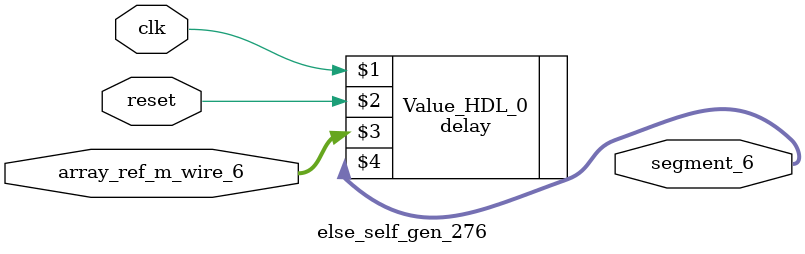
<source format=v>
module else_self_gen_276( input clk, input reset, input [31:0]array_ref_m_wire_6, output [31:0]segment_6); 
	wire [31:0]segment_6;
	//Proceed with segment_6 = array_ref_m_wire_6
	delay Value_HDL_0 ( clk, reset, array_ref_m_wire_6, segment_6);
endmodule
</source>
